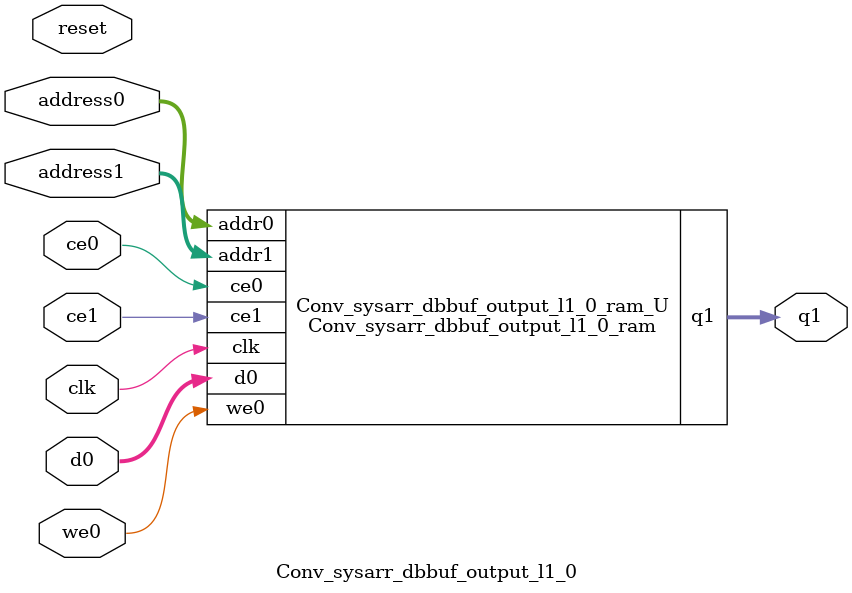
<source format=v>
`timescale 1 ns / 1 ps
module Conv_sysarr_dbbuf_output_l1_0_ram (addr0, ce0, d0, we0, addr1, ce1, q1,  clk);

parameter DWIDTH = 32;
parameter AWIDTH = 9;
parameter MEM_SIZE = 512;

input[AWIDTH-1:0] addr0;
input ce0;
input[DWIDTH-1:0] d0;
input we0;
input[AWIDTH-1:0] addr1;
input ce1;
output reg[DWIDTH-1:0] q1;
input clk;

(* ram_style = "block" *)reg [DWIDTH-1:0] ram[0:MEM_SIZE-1];




always @(posedge clk)  
begin 
    if (ce0) begin
        if (we0) 
            ram[addr0] <= d0; 
    end
end


always @(posedge clk)  
begin 
    if (ce1) begin
        q1 <= ram[addr1];
    end
end


endmodule

`timescale 1 ns / 1 ps
module Conv_sysarr_dbbuf_output_l1_0(
    reset,
    clk,
    address0,
    ce0,
    we0,
    d0,
    address1,
    ce1,
    q1);

parameter DataWidth = 32'd32;
parameter AddressRange = 32'd512;
parameter AddressWidth = 32'd9;
input reset;
input clk;
input[AddressWidth - 1:0] address0;
input ce0;
input we0;
input[DataWidth - 1:0] d0;
input[AddressWidth - 1:0] address1;
input ce1;
output[DataWidth - 1:0] q1;



Conv_sysarr_dbbuf_output_l1_0_ram Conv_sysarr_dbbuf_output_l1_0_ram_U(
    .clk( clk ),
    .addr0( address0 ),
    .ce0( ce0 ),
    .we0( we0 ),
    .d0( d0 ),
    .addr1( address1 ),
    .ce1( ce1 ),
    .q1( q1 ));

endmodule


</source>
